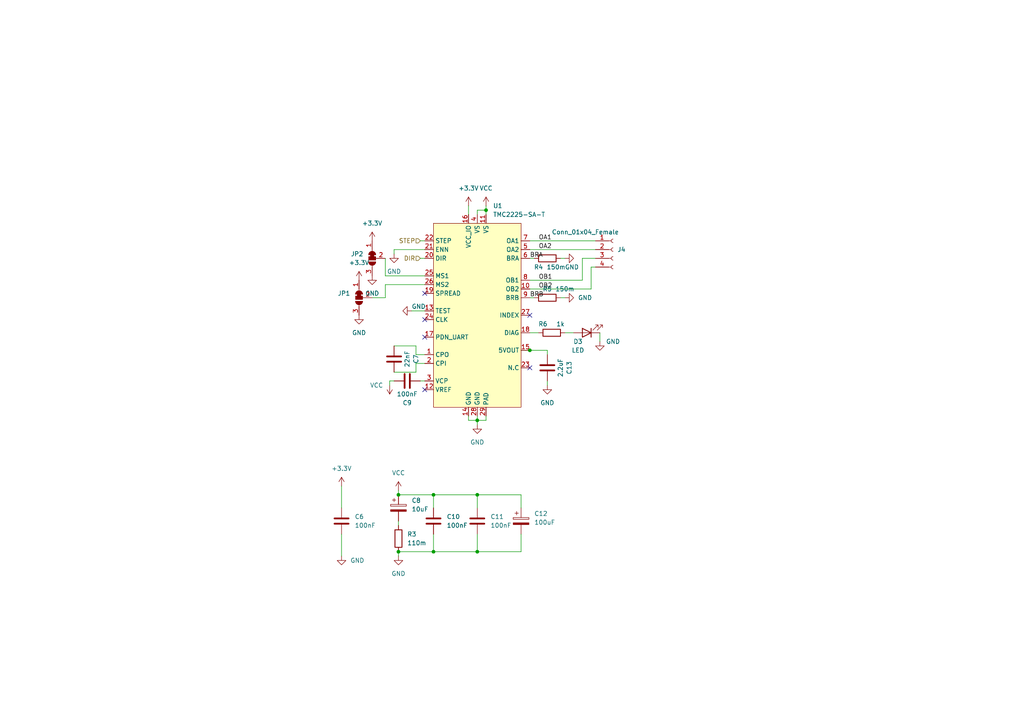
<source format=kicad_sch>
(kicad_sch (version 20211123) (generator eeschema)
  (paper "A4")
  (lib_symbols
    (symbol "Connector:Conn_01x04_Female" (pin_names (offset 1.016) hide)
      (property "Reference" "J" (at 0 5.08 0))
      (property "Value" "Conn_01x04_Female" (at 0 -7.62 0))
      (symbol "Conn_01x04_Female_1_1"
        (arc (start 0 -4.572) (mid -0.508 -5.08) (end 0 -5.588) (stroke (width 0.1524)))
        (arc (start 0 -2.032) (mid -0.508 -2.54) (end 0 -3.048) (stroke (width 0.1524)))
        (polyline (pts (xy -1.27 -5.08) (xy -0.508 -5.08)) (stroke (width 0.1524)))
        (polyline (pts (xy -1.27 -2.54) (xy -0.508 -2.54)) (stroke (width 0.1524)))
        (polyline (pts (xy -1.27 0) (xy -0.508 0)) (stroke (width 0.1524)))
        (polyline (pts (xy -1.27 2.54) (xy -0.508 2.54)) (stroke (width 0.1524)))
        (arc (start 0 0.508) (mid -0.508 0) (end 0 -0.508) (stroke (width 0.1524)))
        (arc (start 0 3.048) (mid -0.508 2.54) (end 0 2.032) (stroke (width 0.1524)))
        (pin passive line (at -5.08 2.54 0) (length 3.81) (name "Pin_1") (number "1"))
        (pin passive line (at -5.08 0 0) (length 3.81) (name "Pin_2") (number "2"))
        (pin passive line (at -5.08 -2.54 0) (length 3.81) (name "Pin_3") (number "3"))
        (pin passive line (at -5.08 -5.08 0) (length 3.81) (name "Pin_4") (number "4"))
      )
    )
    (symbol "Custom_laptop:TMC2225-SA-T"
      (property "Reference" "U" (at -11.43 25.4 0))
      (property "Value" "TMC2225-SA-T" (at -13.97 -31.75 0))
      (symbol "TMC2225-SA-T_0_1"
        (rectangle (start -12.7 24.13) (end 12.7 -29.21) (fill (type background)))
      )
      (symbol "TMC2225-SA-T_1_1"
        (pin passive line (at -15.24 -13.97 0) (length 2.54) (name "CPO") (number "1"))
        (pin passive line (at 15.24 5.08 180) (length 2.54) (name "OB2") (number "10"))
        (pin power_in line (at 2.54 26.67 270) (length 2.54) (name "VS") (number "11"))
        (pin passive line (at -15.24 -24.13 0) (length 2.54) (name "VREF") (number "12"))
        (pin passive line (at -15.24 -1.27 0) (length 2.54) (name "TEST") (number "13"))
        (pin power_in line (at -2.54 -31.75 90) (length 2.54) (name "GND") (number "14"))
        (pin passive line (at 15.24 -12.7 180) (length 2.54) (name "5VOUT") (number "15"))
        (pin power_in line (at -2.54 26.67 270) (length 2.54) (name "VCC_IO") (number "16"))
        (pin passive line (at -15.24 -8.89 0) (length 2.54) (name "PDN_UART") (number "17"))
        (pin passive line (at 15.24 -7.62 180) (length 2.54) (name "DIAG") (number "18"))
        (pin passive line (at -15.24 3.81 0) (length 2.54) (name "SPREAD") (number "19"))
        (pin passive line (at -15.24 -16.51 0) (length 2.54) (name "CPI") (number "2"))
        (pin passive line (at -15.24 13.97 0) (length 2.54) (name "DIR") (number "20"))
        (pin passive line (at -15.24 16.51 0) (length 2.54) (name "ENN") (number "21"))
        (pin passive line (at -15.24 19.05 0) (length 2.54) (name "STEP") (number "22"))
        (pin passive line (at 15.24 -17.78 180) (length 2.54) (name "N.C") (number "23"))
        (pin passive line (at -15.24 -3.81 0) (length 2.54) (name "CLK") (number "24"))
        (pin passive line (at -15.24 8.89 0) (length 2.54) (name "MS1") (number "25"))
        (pin passive line (at -15.24 6.35 0) (length 2.54) (name "MS2") (number "26"))
        (pin passive line (at 15.24 -2.54 180) (length 2.54) (name "INDEX") (number "27"))
        (pin power_in line (at 0 -31.75 90) (length 2.54) (name "GND") (number "28"))
        (pin power_in line (at 2.54 -31.75 90) (length 2.54) (name "PAD") (number "29"))
        (pin passive line (at -15.24 -21.59 0) (length 2.54) (name "VCP") (number "3"))
        (pin power_in line (at 0 26.67 270) (length 2.54) (name "VS") (number "4"))
        (pin passive line (at 15.24 16.51 180) (length 2.54) (name "OA2") (number "5"))
        (pin passive line (at 15.24 13.97 180) (length 2.54) (name "BRA") (number "6"))
        (pin passive line (at 15.24 19.05 180) (length 2.54) (name "OA1") (number "7"))
        (pin passive line (at 15.24 7.62 180) (length 2.54) (name "OB1") (number "8"))
        (pin passive line (at 15.24 2.54 180) (length 2.54) (name "BRB") (number "9"))
      )
    )
    (symbol "Device:C" (pin_numbers hide) (pin_names (offset 0.254))
      (property "Reference" "C" (at 0.635 2.54 0))
      (property "Value" "C" (at 0.635 -2.54 0))
      (symbol "C_0_1"
        (polyline (pts (xy -2.032 -0.762) (xy 2.032 -0.762)) (stroke (width 0.508)))
        (polyline (pts (xy -2.032 0.762) (xy 2.032 0.762)) (stroke (width 0.508)))
      )
      (symbol "C_1_1"
        (pin passive line (at 0 3.81 270) (length 2.794) (name "~") (number "1"))
        (pin passive line (at 0 -3.81 90) (length 2.794) (name "~") (number "2"))
      )
    )
    (symbol "Device:C_Polarized" (pin_numbers hide) (pin_names (offset 0.254))
      (property "Reference" "C" (at 0.635 2.54 0))
      (property "Value" "C_Polarized" (at 0.635 -2.54 0))
      (symbol "C_Polarized_0_1"
        (rectangle (start -2.286 0.508) (end 2.286 1.016))
        (polyline (pts (xy -1.778 2.286) (xy -0.762 2.286)))
        (polyline (pts (xy -1.27 2.794) (xy -1.27 1.778)))
        (rectangle (start 2.286 -0.508) (end -2.286 -1.016) (fill (type outline)))
      )
      (symbol "C_Polarized_1_1"
        (pin passive line (at 0 3.81 270) (length 2.794) (name "~") (number "1"))
        (pin passive line (at 0 -3.81 90) (length 2.794) (name "~") (number "2"))
      )
    )
    (symbol "Device:LED" (pin_numbers hide) (pin_names (offset 1.016) hide)
      (property "Reference" "D" (at 0 2.54 0))
      (property "Value" "LED" (at 0 -2.54 0))
      (symbol "LED_0_1"
        (polyline (pts (xy -1.27 -1.27) (xy -1.27 1.27)) (stroke (width 0.254)))
        (polyline (pts (xy -1.27 0) (xy 1.27 0)))
        (polyline (pts (xy 1.27 -1.27) (xy 1.27 1.27) (xy -1.27 0) (xy 1.27 -1.27)) (stroke (width 0.254)))
        (polyline (pts (xy -3.048 -0.762) (xy -4.572 -2.286) (xy -3.81 -2.286) (xy -4.572 -2.286) (xy -4.572 -1.524)))
        (polyline (pts (xy -1.778 -0.762) (xy -3.302 -2.286) (xy -2.54 -2.286) (xy -3.302 -2.286) (xy -3.302 -1.524)))
      )
      (symbol "LED_1_1"
        (pin passive line (at -3.81 0 0) (length 2.54) (name "K") (number "1"))
        (pin passive line (at 3.81 0 180) (length 2.54) (name "A") (number "2"))
      )
    )
    (symbol "Device:R" (pin_numbers hide) (pin_names (offset 0))
      (property "Reference" "R" (at 2.032 0 90))
      (property "Value" "R" (at 0 0 90))
      (symbol "R_0_1"
        (rectangle (start -1.016 -2.54) (end 1.016 2.54) (stroke (width 0.254)))
      )
      (symbol "R_1_1"
        (pin passive line (at 0 3.81 270) (length 1.27) (name "~") (number "1"))
        (pin passive line (at 0 -3.81 90) (length 1.27) (name "~") (number "2"))
      )
    )
    (symbol "Jumper:SolderJumper_3_Bridged12" (pin_names (offset 0) hide)
      (property "Reference" "JP" (at -2.54 -2.54 0))
      (property "Value" "SolderJumper_3_Bridged12" (at 0 2.794 0))
      (symbol "SolderJumper_3_Bridged12_0_1"
        (rectangle (start -1.016 0.508) (end -0.508 -0.508) (fill (type outline)))
        (arc (start -1.016 1.016) (mid -2.032 0) (end -1.016 -1.016))
        (arc (start -1.016 1.016) (mid -2.032 0) (end -1.016 -1.016) (fill (type outline)))
        (rectangle (start -0.508 1.016) (end 0.508 -1.016) (fill (type outline)))
        (polyline (pts (xy -2.54 0) (xy -2.032 0)))
        (polyline (pts (xy -1.016 1.016) (xy -1.016 -1.016)))
        (polyline (pts (xy 0 -1.27) (xy 0 -1.016)))
        (polyline (pts (xy 1.016 1.016) (xy 1.016 -1.016)))
        (polyline (pts (xy 2.54 0) (xy 2.032 0)))
        (arc (start 1.016 -1.016) (mid 2.032 0) (end 1.016 1.016))
        (arc (start 1.016 -1.016) (mid 2.032 0) (end 1.016 1.016) (fill (type outline)))
      )
      (symbol "SolderJumper_3_Bridged12_1_1"
        (pin passive line (at -5.08 0 0) (length 2.54) (name "A") (number "1"))
        (pin passive line (at 0 -3.81 90) (length 2.54) (name "C") (number "2"))
        (pin passive line (at 5.08 0 180) (length 2.54) (name "B") (number "3"))
      )
    )
    (symbol "power:+3.3V" (power) (pin_names (offset 0))
      (property "Value" "+3.3V" (at 0 3.556 0))
      (symbol "+3.3V_0_1"
        (polyline (pts (xy -0.762 1.27) (xy 0 2.54)))
        (polyline (pts (xy 0 0) (xy 0 2.54)))
        (polyline (pts (xy 0 2.54) (xy 0.762 1.27)))
      )
      (symbol "+3.3V_1_1"
        (pin power_in line (at 0 0 90) (length 0) hide (name "+3.3V") (number "1"))
      )
    )
    (symbol "power:GND" (power) (pin_names (offset 0))
      (property "Value" "GND" (at 0 -3.81 0))
      (symbol "GND_0_1"
        (polyline (pts (xy 0 0) (xy 0 -1.27) (xy 1.27 -1.27) (xy 0 -2.54) (xy -1.27 -1.27) (xy 0 -1.27)))
      )
      (symbol "GND_1_1"
        (pin power_in line (at 0 0 270) (length 0) hide (name "GND") (number "1"))
      )
    )
    (symbol "power:VCC" (power) (pin_names (offset 0))
      (property "Value" "VCC" (at 0 3.81 0))
      (symbol "VCC_0_1"
        (polyline (pts (xy -0.762 1.27) (xy 0 2.54)))
        (polyline (pts (xy 0 0) (xy 0 2.54)))
        (polyline (pts (xy 0 2.54) (xy 0.762 1.27)))
      )
      (symbol "VCC_1_1"
        (pin power_in line (at 0 0 90) (length 0) hide (name "VCC") (number "1"))
      )
    )
  )
  (junction (at 125.73 143.51))
  (junction (at 140.97 60.96))
  (junction (at 153.67 101.6))
  (junction (at 115.57 143.51))
  (junction (at 138.43 160.02))
  (junction (at 115.57 160.02))
  (junction (at 125.73 160.02))
  (junction (at 138.43 121.92))
  (junction (at 138.43 143.51))
  (no_connect (at 123.19 85.09))
  (no_connect (at 153.67 91.44))
  (no_connect (at 123.19 113.03))
  (no_connect (at 123.19 92.71))
  (no_connect (at 123.19 97.79))
  (no_connect (at 153.67 106.68))
  (wire (pts (xy 120.65 102.87) (xy 123.19 102.87)))
  (wire (pts (xy 138.43 121.92) (xy 138.43 123.19)))
  (wire (pts (xy 114.3 73.66) (xy 114.3 72.39)))
  (wire (pts (xy 138.43 160.02) (xy 125.73 160.02)))
  (wire (pts (xy 153.67 101.6) (xy 151.13 101.6)))
  (wire (pts (xy 99.06 154.94) (xy 99.06 161.29)))
  (wire (pts (xy 153.67 96.52) (xy 156.21 96.52)))
  (wire (pts (xy 121.92 69.85) (xy 123.19 69.85)))
  (wire (pts (xy 125.73 143.51) (xy 115.57 143.51)))
  (wire (pts (xy 123.19 82.55) (xy 111.76 82.55)))
  (wire (pts (xy 120.65 107.95) (xy 120.65 105.41)))
  (wire (pts (xy 138.43 147.32) (xy 138.43 143.51)))
  (wire (pts (xy 151.13 143.51) (xy 151.13 147.32)))
  (wire (pts (xy 121.92 110.49) (xy 123.19 110.49)))
  (wire (pts (xy 171.45 77.47) (xy 172.72 77.47)))
  (wire (pts (xy 113.03 111.76) (xy 113.03 110.49)))
  (wire (pts (xy 135.89 120.65) (xy 135.89 121.92)))
  (wire (pts (xy 151.13 160.02) (xy 138.43 160.02)))
  (wire (pts (xy 120.65 100.33) (xy 120.65 102.87)))
  (wire (pts (xy 111.76 82.55) (xy 111.76 86.36)))
  (wire (pts (xy 158.75 102.87) (xy 158.75 101.6)))
  (wire (pts (xy 138.43 120.65) (xy 138.43 121.92)))
  (wire (pts (xy 125.73 154.94) (xy 125.73 160.02)))
  (wire (pts (xy 125.73 160.02) (xy 115.57 160.02)))
  (wire (pts (xy 168.91 81.28) (xy 168.91 74.93)))
  (wire (pts (xy 111.76 80.01) (xy 111.76 74.93)))
  (wire (pts (xy 138.43 121.92) (xy 140.97 121.92)))
  (wire (pts (xy 151.13 154.94) (xy 151.13 160.02)))
  (wire (pts (xy 125.73 143.51) (xy 138.43 143.51)))
  (wire (pts (xy 99.06 140.97) (xy 99.06 147.32)))
  (wire (pts (xy 138.43 60.96) (xy 140.97 60.96)))
  (wire (pts (xy 121.92 74.93) (xy 123.19 74.93)))
  (wire (pts (xy 111.76 80.01) (xy 123.19 80.01)))
  (wire (pts (xy 114.3 72.39) (xy 123.19 72.39)))
  (wire (pts (xy 171.45 83.82) (xy 171.45 77.47)))
  (wire (pts (xy 115.57 143.51) (xy 115.57 142.24)))
  (wire (pts (xy 173.99 99.06) (xy 173.99 96.52)))
  (wire (pts (xy 153.67 69.85) (xy 172.72 69.85)))
  (wire (pts (xy 120.65 105.41) (xy 123.19 105.41)))
  (wire (pts (xy 119.38 90.17) (xy 123.19 90.17)))
  (wire (pts (xy 153.67 81.28) (xy 168.91 81.28)))
  (wire (pts (xy 153.67 72.39) (xy 172.72 72.39)))
  (wire (pts (xy 113.03 110.49) (xy 114.3 110.49)))
  (wire (pts (xy 107.95 86.36) (xy 111.76 86.36)))
  (wire (pts (xy 153.67 74.93) (xy 154.94 74.93)))
  (wire (pts (xy 162.56 86.36) (xy 163.83 86.36)))
  (wire (pts (xy 162.56 74.93) (xy 163.83 74.93)))
  (wire (pts (xy 135.89 59.69) (xy 135.89 62.23)))
  (wire (pts (xy 125.73 147.32) (xy 125.73 143.51)))
  (wire (pts (xy 140.97 60.96) (xy 140.97 62.23)))
  (wire (pts (xy 158.75 110.49) (xy 158.75 111.76)))
  (wire (pts (xy 140.97 120.65) (xy 140.97 121.92)))
  (wire (pts (xy 163.83 96.52) (xy 166.37 96.52)))
  (wire (pts (xy 115.57 151.13) (xy 115.57 152.4)))
  (wire (pts (xy 138.43 143.51) (xy 151.13 143.51)))
  (wire (pts (xy 114.3 107.95) (xy 120.65 107.95)))
  (wire (pts (xy 153.67 83.82) (xy 171.45 83.82)))
  (wire (pts (xy 138.43 62.23) (xy 138.43 60.96)))
  (wire (pts (xy 158.75 101.6) (xy 153.67 101.6)))
  (wire (pts (xy 140.97 59.69) (xy 140.97 60.96)))
  (wire (pts (xy 153.67 86.36) (xy 154.94 86.36)))
  (wire (pts (xy 114.3 100.33) (xy 120.65 100.33)))
  (wire (pts (xy 168.91 74.93) (xy 172.72 74.93)))
  (wire (pts (xy 115.57 160.02) (xy 115.57 161.29)))
  (wire (pts (xy 138.43 154.94) (xy 138.43 160.02)))
  (wire (pts (xy 135.89 121.92) (xy 138.43 121.92)))
  (label "OB2" (at 156.21 83.82 0))
  (label "BRB" (at 153.67 86.36 0))
  (label "OB1" (at 156.21 81.28 0))
  (label "BRA" (at 153.67 74.93 0))
  (label "OA2" (at 156.21 72.39 0))
  (label "OA1" (at 156.21 69.85 0))
  (hierarchical_label "DIR" (shape input) (at 121.92 74.93 180))
  (hierarchical_label "STEP" (shape input) (at 121.92 69.85 180))
  (symbol (lib_id "Device:C") (at 138.43 151.13 0) (unit 1)
    (property "Reference" "C11" (at 142.24 149.8599 0) (effects (justify left)))
    (property "Value" "100nF" (at 142.24 152.3999 0) (effects (justify left)))
    (property "Footprint" "Capacitor_SMD:C_0603_1608Metric_Pad1.08x0.95mm_HandSolder" (effects hide))
  )
  (symbol (lib_id "Device:C") (at 158.75 106.68 180) (unit 1)
    (property "Reference" "C13" (at 165.1 106.68 90))
    (property "Value" "2.2uF" (at 162.56 106.68 90))
    (property "Footprint" "Capacitor_SMD:C_0603_1608Metric_Pad1.08x0.95mm_HandSolder" (effects hide))
  )
  (symbol (lib_id "power:GND") (at 163.83 86.36 90) (unit 1)
    (property "Reference" "#PWR?" (effects hide))
    (property "Value" "GND" (at 167.64 86.3599 90) (effects (justify right)))
  )
  (symbol (lib_id "Device:C_Polarized") (at 115.57 147.32 0) (unit 1)
    (property "Reference" "C8" (at 119.38 145.1609 0) (effects (justify left)))
    (property "Value" "10uF" (at 119.38 147.7009 0) (effects (justify left)))
    (property "Footprint" "Capacitor_SMD:CP_Elec_4x5.7" (effects hide))
  )
  (symbol (lib_id "power:GND") (at 173.99 99.06 0) (unit 1)
    (property "Reference" "#PWR?" (effects hide))
    (property "Value" "GND" (at 177.8 99.06 0))
  )
  (symbol (lib_id "power:+3.3V") (at 107.95 69.85 0) (unit 1)
    (property "Reference" "#PWR?" (effects hide))
    (property "Value" "+3.3V" (at 107.95 64.77 0))
  )
  (symbol (lib_id "power:GND") (at 119.38 90.17 270) (unit 1)
    (property "Reference" "#PWR?" (effects hide))
    (property "Value" "GND" (at 119.38 88.9 90) (effects (justify left)))
  )
  (symbol (lib_id "Custom_laptop:TMC2225-SA-T") (at 138.43 88.9 0) (unit 1)
    (property "Reference" "U1" (at 142.9894 59.69 0) (effects (justify left)))
    (property "Value" "TMC2225-SA-T" (at 142.9894 62.23 0) (effects (justify left)))
    (property "Footprint" "Package_SO:HTSSOP-28-1EP_4.4x9.7mm_P0.65mm_EP2.85x5.4mm_ThermalVias" (effects hide))
  )
  (symbol (lib_id "Device:R") (at 160.02 96.52 270) (unit 1)
    (property "Reference" "R6" (at 157.48 93.98 90))
    (property "Value" "1k" (at 162.56 93.98 90))
    (property "Footprint" "Resistor_SMD:R_0603_1608Metric_Pad0.98x0.95mm_HandSolder" (effects hide))
  )
  (symbol (lib_id "power:GND") (at 99.06 161.29 0) (mirror y) (unit 1)
    (property "Reference" "#PWR?" (effects hide))
    (property "Value" "GND" (at 101.6 162.5599 0) (effects (justify right)))
  )
  (symbol (lib_id "Device:C") (at 114.3 104.14 180) (unit 1)
    (property "Reference" "C7" (at 120.65 104.14 90))
    (property "Value" "22nF" (at 118.11 104.14 90))
    (property "Footprint" "Capacitor_SMD:C_0603_1608Metric_Pad1.08x0.95mm_HandSolder" (effects hide))
  )
  (symbol (lib_id "power:GND") (at 138.43 123.19 0) (unit 1)
    (property "Reference" "#PWR?" (effects hide))
    (property "Value" "GND" (at 138.43 128.27 0))
  )
  (symbol (lib_id "power:GND") (at 158.75 111.76 0) (unit 1)
    (property "Reference" "#PWR?" (effects hide))
    (property "Value" "GND" (at 158.75 116.84 0))
  )
  (symbol (lib_id "power:+3.3V") (at 99.06 140.97 0) (unit 1)
    (property "Reference" "#PWR?" (effects hide))
    (property "Value" "+3.3V" (at 99.06 135.89 0))
  )
  (symbol (lib_id "power:GND") (at 107.95 80.01 0) (unit 1)
    (property "Reference" "#PWR?" (effects hide))
    (property "Value" "GND" (at 107.95 85.09 0))
  )
  (symbol (lib_id "Device:C") (at 125.73 151.13 0) (unit 1)
    (property "Reference" "C10" (at 129.54 149.8599 0) (effects (justify left)))
    (property "Value" "100nF" (at 129.54 152.3999 0) (effects (justify left)))
    (property "Footprint" "Capacitor_SMD:C_0603_1608Metric_Pad1.08x0.95mm_HandSolder" (effects hide))
  )
  (symbol (lib_id "Jumper:SolderJumper_3_Bridged12") (at 104.14 86.36 90) (mirror x) (unit 1)
    (property "Reference" "JP1" (at 101.6 85.0899 90) (effects (justify left)))
    (property "Value" "SolderJumper_3_Bridged12" (effects hide))
    (property "Footprint" "Jumper:SolderJumper-3_P1.3mm_Bridged12_RoundedPad1.0x1.5mm_NumberLabels" (effects hide))
  )
  (symbol (lib_id "power:GND") (at 115.57 161.29 0) (unit 1)
    (property "Reference" "#PWR?" (effects hide))
    (property "Value" "GND" (at 115.57 166.37 0))
  )
  (symbol (lib_id "Device:C") (at 118.11 110.49 90) (unit 1)
    (property "Reference" "C9" (at 118.11 116.84 90))
    (property "Value" "100nF" (at 118.11 114.3 90))
    (property "Footprint" "Capacitor_SMD:C_0603_1608Metric_Pad1.08x0.95mm_HandSolder" (effects hide))
  )
  (symbol (lib_id "Device:C") (at 99.06 151.13 0) (unit 1)
    (property "Reference" "C6" (at 102.87 149.8599 0) (effects (justify left)))
    (property "Value" "100nF" (at 102.87 152.3999 0) (effects (justify left)))
    (property "Footprint" "Capacitor_SMD:C_0603_1608Metric_Pad1.08x0.95mm_HandSolder" (effects hide))
  )
  (symbol (lib_id "power:VCC") (at 113.03 111.76 180) (unit 1)
    (property "Reference" "#PWR?" (effects hide))
    (property "Value" "VCC" (at 109.22 111.76 0))
  )
  (symbol (lib_id "power:GND") (at 114.3 73.66 0) (unit 1)
    (property "Reference" "#PWR?" (effects hide))
    (property "Value" "GND" (at 114.3 78.74 0))
  )
  (symbol (lib_id "Device:R") (at 115.57 156.21 0) (unit 1)
    (property "Reference" "R3" (at 118.11 154.9399 0) (effects (justify left)))
    (property "Value" "110m" (at 118.11 157.4799 0) (effects (justify left)))
    (property "Footprint" "Resistor_SMD:R_1206_3216Metric_Pad1.30x1.75mm_HandSolder" (effects hide))
  )
  (symbol (lib_id "power:+3.3V") (at 104.14 81.28 0) (unit 1)
    (property "Reference" "#PWR?" (effects hide))
    (property "Value" "+3.3V" (at 104.14 76.2 0))
  )
  (symbol (lib_id "Device:LED") (at 170.18 96.52 180) (unit 1)
    (property "Reference" "D3" (at 167.64 99.06 0))
    (property "Value" "LED" (at 167.64 101.6 0))
    (property "Footprint" "LED_SMD:LED_0603_1608Metric_Pad1.05x0.95mm_HandSolder" (effects hide))
  )
  (symbol (lib_id "power:VCC") (at 140.97 59.69 0) (unit 1)
    (property "Reference" "#PWR?" (effects hide))
    (property "Value" "VCC" (at 140.97 54.61 0))
  )
  (symbol (lib_id "Jumper:SolderJumper_3_Bridged12") (at 107.95 74.93 90) (mirror x) (unit 1)
    (property "Reference" "JP2" (at 105.41 73.6599 90) (effects (justify left)))
    (property "Value" "SolderJumper_3_Bridged12" (effects hide))
    (property "Footprint" "Jumper:SolderJumper-3_P1.3mm_Bridged12_RoundedPad1.0x1.5mm_NumberLabels" (effects hide))
  )
  (symbol (lib_id "Connector:Conn_01x04_Female") (at 177.8 72.39 0) (unit 1)
    (property "Reference" "J4" (at 179.07 72.3899 0) (effects (justify left)))
    (property "Value" "Conn_01x04_Female" (at 160.02 67.31 0) (effects (justify left)))
    (property "Footprint" "Connector_JST:JST_XH_B4B-XH-A_1x04_P2.50mm_Vertical" (effects hide))
  )
  (symbol (lib_id "Device:R") (at 158.75 86.36 90) (unit 1)
    (property "Reference" "R5" (at 158.75 83.82 90))
    (property "Value" "150m" (at 163.83 83.82 90))
    (property "Footprint" "Resistor_SMD:R_1206_3216Metric_Pad1.30x1.75mm_HandSolder" (effects hide))
  )
  (symbol (lib_id "power:GND") (at 104.14 91.44 0) (unit 1)
    (property "Reference" "#PWR?" (effects hide))
    (property "Value" "GND" (at 104.14 96.52 0))
  )
  (symbol (lib_id "power:GND") (at 163.83 74.93 90) (unit 1)
    (property "Reference" "#PWR?" (effects hide))
    (property "Value" "GND" (at 163.83 77.47 90) (effects (justify right)))
  )
  (symbol (lib_id "Device:C_Polarized") (at 151.13 151.13 0) (unit 1)
    (property "Reference" "C12" (at 154.94 148.9709 0) (effects (justify left)))
    (property "Value" "100uF" (at 154.94 151.5109 0) (effects (justify left)))
    (property "Footprint" "Capacitor_SMD:CP_Elec_6.3x7.7" (effects hide))
  )
  (symbol (lib_id "power:+3.3V") (at 135.89 59.69 0) (unit 1)
    (property "Reference" "#PWR?" (effects hide))
    (property "Value" "+3.3V" (at 135.89 54.61 0))
  )
  (symbol (lib_id "power:VCC") (at 115.57 142.24 0) (unit 1)
    (property "Reference" "#PWR?" (effects hide))
    (property "Value" "VCC" (at 115.57 137.16 0))
  )
  (symbol (lib_id "Device:R") (at 158.75 74.93 90) (unit 1)
    (property "Reference" "R4" (at 156.21 77.47 90))
    (property "Value" "150m" (at 161.29 77.47 90))
    (property "Footprint" "Resistor_SMD:R_1206_3216Metric_Pad1.30x1.75mm_HandSolder" (effects hide))
  )
)
</source>
